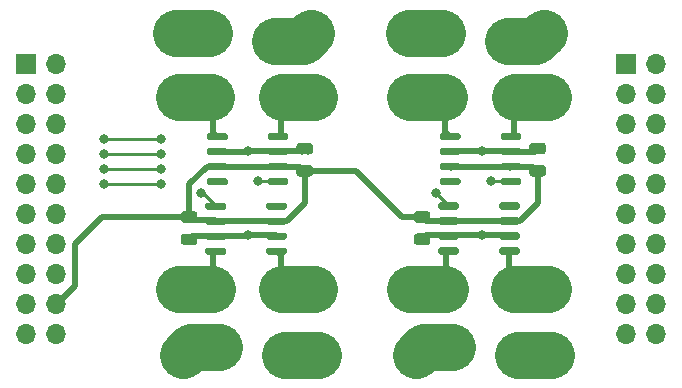
<source format=gbr>
%TF.GenerationSoftware,KiCad,Pcbnew,(5.1.6)-1*%
%TF.CreationDate,2020-06-17T01:07:27+01:00*%
%TF.ProjectId,I_sense_pcb,495f7365-6e73-4655-9f70-63622e6b6963,rev?*%
%TF.SameCoordinates,Original*%
%TF.FileFunction,Copper,L1,Top*%
%TF.FilePolarity,Positive*%
%FSLAX46Y46*%
G04 Gerber Fmt 4.6, Leading zero omitted, Abs format (unit mm)*
G04 Created by KiCad (PCBNEW (5.1.6)-1) date 2020-06-17 01:07:27*
%MOMM*%
%LPD*%
G01*
G04 APERTURE LIST*
%TA.AperFunction,ComponentPad*%
%ADD10C,3.500000*%
%TD*%
%TA.AperFunction,ComponentPad*%
%ADD11C,2.010000*%
%TD*%
%TA.AperFunction,ComponentPad*%
%ADD12R,1.700000X1.700000*%
%TD*%
%TA.AperFunction,ComponentPad*%
%ADD13O,1.700000X1.700000*%
%TD*%
%TA.AperFunction,ViaPad*%
%ADD14C,0.800000*%
%TD*%
%TA.AperFunction,Conductor*%
%ADD15C,0.500000*%
%TD*%
%TA.AperFunction,Conductor*%
%ADD16C,0.250000*%
%TD*%
%TA.AperFunction,Conductor*%
%ADD17C,4.000000*%
%TD*%
G04 APERTURE END LIST*
%TO.P,U4,8*%
%TO.N,Net-(J16-Pad1)*%
%TA.AperFunction,SMDPad,CuDef*%
G36*
G01*
X146600200Y-74330399D02*
X146600200Y-74630399D01*
G75*
G02*
X146450200Y-74780399I-150000J0D01*
G01*
X145000200Y-74780399D01*
G75*
G02*
X144850200Y-74630399I0J150000D01*
G01*
X144850200Y-74330399D01*
G75*
G02*
X145000200Y-74180399I150000J0D01*
G01*
X146450200Y-74180399D01*
G75*
G02*
X146600200Y-74330399I0J-150000D01*
G01*
G37*
%TD.AperFunction*%
%TO.P,U4,7*%
%TO.N,GND*%
%TA.AperFunction,SMDPad,CuDef*%
G36*
G01*
X146600200Y-73060399D02*
X146600200Y-73360399D01*
G75*
G02*
X146450200Y-73510399I-150000J0D01*
G01*
X145000200Y-73510399D01*
G75*
G02*
X144850200Y-73360399I0J150000D01*
G01*
X144850200Y-73060399D01*
G75*
G02*
X145000200Y-72910399I150000J0D01*
G01*
X146450200Y-72910399D01*
G75*
G02*
X146600200Y-73060399I0J-150000D01*
G01*
G37*
%TD.AperFunction*%
%TO.P,U4,6*%
%TO.N,+5V*%
%TA.AperFunction,SMDPad,CuDef*%
G36*
G01*
X146600200Y-71790399D02*
X146600200Y-72090399D01*
G75*
G02*
X146450200Y-72240399I-150000J0D01*
G01*
X145000200Y-72240399D01*
G75*
G02*
X144850200Y-72090399I0J150000D01*
G01*
X144850200Y-71790399D01*
G75*
G02*
X145000200Y-71640399I150000J0D01*
G01*
X146450200Y-71640399D01*
G75*
G02*
X146600200Y-71790399I0J-150000D01*
G01*
G37*
%TD.AperFunction*%
%TO.P,U4,5*%
%TO.N,A2*%
%TA.AperFunction,SMDPad,CuDef*%
G36*
G01*
X146600200Y-70520399D02*
X146600200Y-70820399D01*
G75*
G02*
X146450200Y-70970399I-150000J0D01*
G01*
X145000200Y-70970399D01*
G75*
G02*
X144850200Y-70820399I0J150000D01*
G01*
X144850200Y-70520399D01*
G75*
G02*
X145000200Y-70370399I150000J0D01*
G01*
X146450200Y-70370399D01*
G75*
G02*
X146600200Y-70520399I0J-150000D01*
G01*
G37*
%TD.AperFunction*%
%TO.P,U4,4*%
%TO.N,Net-(U4-Pad4)*%
%TA.AperFunction,SMDPad,CuDef*%
G36*
G01*
X151750200Y-70520399D02*
X151750200Y-70820399D01*
G75*
G02*
X151600200Y-70970399I-150000J0D01*
G01*
X150150200Y-70970399D01*
G75*
G02*
X150000200Y-70820399I0J150000D01*
G01*
X150000200Y-70520399D01*
G75*
G02*
X150150200Y-70370399I150000J0D01*
G01*
X151600200Y-70370399D01*
G75*
G02*
X151750200Y-70520399I0J-150000D01*
G01*
G37*
%TD.AperFunction*%
%TO.P,U4,3*%
%TO.N,+5V*%
%TA.AperFunction,SMDPad,CuDef*%
G36*
G01*
X151750200Y-71790399D02*
X151750200Y-72090399D01*
G75*
G02*
X151600200Y-72240399I-150000J0D01*
G01*
X150150200Y-72240399D01*
G75*
G02*
X150000200Y-72090399I0J150000D01*
G01*
X150000200Y-71790399D01*
G75*
G02*
X150150200Y-71640399I150000J0D01*
G01*
X151600200Y-71640399D01*
G75*
G02*
X151750200Y-71790399I0J-150000D01*
G01*
G37*
%TD.AperFunction*%
%TO.P,U4,2*%
%TO.N,GND*%
%TA.AperFunction,SMDPad,CuDef*%
G36*
G01*
X151750200Y-73060399D02*
X151750200Y-73360399D01*
G75*
G02*
X151600200Y-73510399I-150000J0D01*
G01*
X150150200Y-73510399D01*
G75*
G02*
X150000200Y-73360399I0J150000D01*
G01*
X150000200Y-73060399D01*
G75*
G02*
X150150200Y-72910399I150000J0D01*
G01*
X151600200Y-72910399D01*
G75*
G02*
X151750200Y-73060399I0J-150000D01*
G01*
G37*
%TD.AperFunction*%
%TO.P,U4,1*%
%TO.N,Net-(J14-Pad1)*%
%TA.AperFunction,SMDPad,CuDef*%
G36*
G01*
X151750200Y-74330399D02*
X151750200Y-74630399D01*
G75*
G02*
X151600200Y-74780399I-150000J0D01*
G01*
X150150200Y-74780399D01*
G75*
G02*
X150000200Y-74630399I0J150000D01*
G01*
X150000200Y-74330399D01*
G75*
G02*
X150150200Y-74180399I150000J0D01*
G01*
X151600200Y-74180399D01*
G75*
G02*
X151750200Y-74330399I0J-150000D01*
G01*
G37*
%TD.AperFunction*%
%TD*%
%TO.P,C4,1*%
%TO.N,GND*%
%TA.AperFunction,SMDPad,CuDef*%
G36*
G01*
X143929250Y-73965500D02*
X143016750Y-73965500D01*
G75*
G02*
X142773000Y-73721750I0J243750D01*
G01*
X142773000Y-73234250D01*
G75*
G02*
X143016750Y-72990500I243750J0D01*
G01*
X143929250Y-72990500D01*
G75*
G02*
X144173000Y-73234250I0J-243750D01*
G01*
X144173000Y-73721750D01*
G75*
G02*
X143929250Y-73965500I-243750J0D01*
G01*
G37*
%TD.AperFunction*%
%TO.P,C4,2*%
%TO.N,+5V*%
%TA.AperFunction,SMDPad,CuDef*%
G36*
G01*
X143929250Y-72090500D02*
X143016750Y-72090500D01*
G75*
G02*
X142773000Y-71846750I0J243750D01*
G01*
X142773000Y-71359250D01*
G75*
G02*
X143016750Y-71115500I243750J0D01*
G01*
X143929250Y-71115500D01*
G75*
G02*
X144173000Y-71359250I0J-243750D01*
G01*
X144173000Y-71846750D01*
G75*
G02*
X143929250Y-72090500I-243750J0D01*
G01*
G37*
%TD.AperFunction*%
%TD*%
%TO.P,R4,2*%
%TO.N,Net-(J14-Pad1)*%
%TA.AperFunction,SMDPad,CuDef*%
G36*
G01*
X150539000Y-79149401D02*
X150539000Y-76299399D01*
G75*
G02*
X150788999Y-76049400I249999J0D01*
G01*
X151639001Y-76049400D01*
G75*
G02*
X151889000Y-76299399I0J-249999D01*
G01*
X151889000Y-79149401D01*
G75*
G02*
X151639001Y-79399400I-249999J0D01*
G01*
X150788999Y-79399400D01*
G75*
G02*
X150539000Y-79149401I0J249999D01*
G01*
G37*
%TD.AperFunction*%
%TO.P,R4,1*%
%TO.N,Net-(J16-Pad1)*%
%TA.AperFunction,SMDPad,CuDef*%
G36*
G01*
X144739000Y-79149401D02*
X144739000Y-76299399D01*
G75*
G02*
X144988999Y-76049400I249999J0D01*
G01*
X145839001Y-76049400D01*
G75*
G02*
X146089000Y-76299399I0J-249999D01*
G01*
X146089000Y-79149401D01*
G75*
G02*
X145839001Y-79399400I-249999J0D01*
G01*
X144988999Y-79399400D01*
G75*
G02*
X144739000Y-79149401I0J249999D01*
G01*
G37*
%TD.AperFunction*%
%TD*%
D10*
%TO.P,J9,1*%
%TO.N,Net-(F3-Pad2)*%
X153760000Y-55982000D03*
%TD*%
%TO.P,R3,2*%
%TO.N,Net-(J13-Pad1)*%
%TA.AperFunction,SMDPad,CuDef*%
G36*
G01*
X146124800Y-60119599D02*
X146124800Y-62969601D01*
G75*
G02*
X145874801Y-63219600I-249999J0D01*
G01*
X145024799Y-63219600D01*
G75*
G02*
X144774800Y-62969601I0J249999D01*
G01*
X144774800Y-60119599D01*
G75*
G02*
X145024799Y-59869600I249999J0D01*
G01*
X145874801Y-59869600D01*
G75*
G02*
X146124800Y-60119599I0J-249999D01*
G01*
G37*
%TD.AperFunction*%
%TO.P,R3,1*%
%TO.N,Net-(J15-Pad1)*%
%TA.AperFunction,SMDPad,CuDef*%
G36*
G01*
X151924800Y-60119599D02*
X151924800Y-62969601D01*
G75*
G02*
X151674801Y-63219600I-249999J0D01*
G01*
X150824799Y-63219600D01*
G75*
G02*
X150574800Y-62969601I0J249999D01*
G01*
X150574800Y-60119599D01*
G75*
G02*
X150824799Y-59869600I249999J0D01*
G01*
X151674801Y-59869600D01*
G75*
G02*
X151924800Y-60119599I0J-249999D01*
G01*
G37*
%TD.AperFunction*%
%TD*%
%TO.P,J10,1*%
%TO.N,Net-(F3-Pad1)*%
X142330000Y-55982000D03*
%TD*%
%TO.P,J14,1*%
%TO.N,Net-(J14-Pad1)*%
X154156000Y-77690000D03*
%TD*%
%TO.P,J15,1*%
%TO.N,Net-(J15-Pad1)*%
X154156000Y-61434000D03*
%TD*%
D11*
%TO.P,F4,1*%
%TO.N,Net-(F4-Pad1)*%
X146013000Y-82652000D03*
%TO.P,F4,2*%
%TO.N,Net-(F4-Pad2)*%
X151113000Y-83852000D03*
%TD*%
D10*
%TO.P,J13,1*%
%TO.N,Net-(J13-Pad1)*%
X142472000Y-61434000D03*
%TD*%
%TO.P,J16,1*%
%TO.N,Net-(J16-Pad1)*%
X142472000Y-77690000D03*
%TD*%
%TO.P,J12,1*%
%TO.N,Net-(F4-Pad1)*%
X142965000Y-83287000D03*
%TD*%
%TO.P,U3,8*%
%TO.N,Net-(J15-Pad1)*%
%TA.AperFunction,SMDPad,CuDef*%
G36*
G01*
X150124800Y-64938601D02*
X150124800Y-64638601D01*
G75*
G02*
X150274800Y-64488601I150000J0D01*
G01*
X151724800Y-64488601D01*
G75*
G02*
X151874800Y-64638601I0J-150000D01*
G01*
X151874800Y-64938601D01*
G75*
G02*
X151724800Y-65088601I-150000J0D01*
G01*
X150274800Y-65088601D01*
G75*
G02*
X150124800Y-64938601I0J150000D01*
G01*
G37*
%TD.AperFunction*%
%TO.P,U3,7*%
%TO.N,GND*%
%TA.AperFunction,SMDPad,CuDef*%
G36*
G01*
X150124800Y-66208601D02*
X150124800Y-65908601D01*
G75*
G02*
X150274800Y-65758601I150000J0D01*
G01*
X151724800Y-65758601D01*
G75*
G02*
X151874800Y-65908601I0J-150000D01*
G01*
X151874800Y-66208601D01*
G75*
G02*
X151724800Y-66358601I-150000J0D01*
G01*
X150274800Y-66358601D01*
G75*
G02*
X150124800Y-66208601I0J150000D01*
G01*
G37*
%TD.AperFunction*%
%TO.P,U3,6*%
%TO.N,+5V*%
%TA.AperFunction,SMDPad,CuDef*%
G36*
G01*
X150124800Y-67478601D02*
X150124800Y-67178601D01*
G75*
G02*
X150274800Y-67028601I150000J0D01*
G01*
X151724800Y-67028601D01*
G75*
G02*
X151874800Y-67178601I0J-150000D01*
G01*
X151874800Y-67478601D01*
G75*
G02*
X151724800Y-67628601I-150000J0D01*
G01*
X150274800Y-67628601D01*
G75*
G02*
X150124800Y-67478601I0J150000D01*
G01*
G37*
%TD.AperFunction*%
%TO.P,U3,5*%
%TO.N,A1*%
%TA.AperFunction,SMDPad,CuDef*%
G36*
G01*
X150124800Y-68748601D02*
X150124800Y-68448601D01*
G75*
G02*
X150274800Y-68298601I150000J0D01*
G01*
X151724800Y-68298601D01*
G75*
G02*
X151874800Y-68448601I0J-150000D01*
G01*
X151874800Y-68748601D01*
G75*
G02*
X151724800Y-68898601I-150000J0D01*
G01*
X150274800Y-68898601D01*
G75*
G02*
X150124800Y-68748601I0J150000D01*
G01*
G37*
%TD.AperFunction*%
%TO.P,U3,4*%
%TO.N,Net-(U3-Pad4)*%
%TA.AperFunction,SMDPad,CuDef*%
G36*
G01*
X144974800Y-68748601D02*
X144974800Y-68448601D01*
G75*
G02*
X145124800Y-68298601I150000J0D01*
G01*
X146574800Y-68298601D01*
G75*
G02*
X146724800Y-68448601I0J-150000D01*
G01*
X146724800Y-68748601D01*
G75*
G02*
X146574800Y-68898601I-150000J0D01*
G01*
X145124800Y-68898601D01*
G75*
G02*
X144974800Y-68748601I0J150000D01*
G01*
G37*
%TD.AperFunction*%
%TO.P,U3,3*%
%TO.N,+5V*%
%TA.AperFunction,SMDPad,CuDef*%
G36*
G01*
X144974800Y-67478601D02*
X144974800Y-67178601D01*
G75*
G02*
X145124800Y-67028601I150000J0D01*
G01*
X146574800Y-67028601D01*
G75*
G02*
X146724800Y-67178601I0J-150000D01*
G01*
X146724800Y-67478601D01*
G75*
G02*
X146574800Y-67628601I-150000J0D01*
G01*
X145124800Y-67628601D01*
G75*
G02*
X144974800Y-67478601I0J150000D01*
G01*
G37*
%TD.AperFunction*%
%TO.P,U3,2*%
%TO.N,GND*%
%TA.AperFunction,SMDPad,CuDef*%
G36*
G01*
X144974800Y-66208601D02*
X144974800Y-65908601D01*
G75*
G02*
X145124800Y-65758601I150000J0D01*
G01*
X146574800Y-65758601D01*
G75*
G02*
X146724800Y-65908601I0J-150000D01*
G01*
X146724800Y-66208601D01*
G75*
G02*
X146574800Y-66358601I-150000J0D01*
G01*
X145124800Y-66358601D01*
G75*
G02*
X144974800Y-66208601I0J150000D01*
G01*
G37*
%TD.AperFunction*%
%TO.P,U3,1*%
%TO.N,Net-(J13-Pad1)*%
%TA.AperFunction,SMDPad,CuDef*%
G36*
G01*
X144974800Y-64938601D02*
X144974800Y-64638601D01*
G75*
G02*
X145124800Y-64488601I150000J0D01*
G01*
X146574800Y-64488601D01*
G75*
G02*
X146724800Y-64638601I0J-150000D01*
G01*
X146724800Y-64938601D01*
G75*
G02*
X146574800Y-65088601I-150000J0D01*
G01*
X145124800Y-65088601D01*
G75*
G02*
X144974800Y-64938601I0J150000D01*
G01*
G37*
%TD.AperFunction*%
%TD*%
%TO.P,C3,2*%
%TO.N,+5V*%
%TA.AperFunction,SMDPad,CuDef*%
G36*
G01*
X152795750Y-67199300D02*
X153708250Y-67199300D01*
G75*
G02*
X153952000Y-67443050I0J-243750D01*
G01*
X153952000Y-67930550D01*
G75*
G02*
X153708250Y-68174300I-243750J0D01*
G01*
X152795750Y-68174300D01*
G75*
G02*
X152552000Y-67930550I0J243750D01*
G01*
X152552000Y-67443050D01*
G75*
G02*
X152795750Y-67199300I243750J0D01*
G01*
G37*
%TD.AperFunction*%
%TO.P,C3,1*%
%TO.N,GND*%
%TA.AperFunction,SMDPad,CuDef*%
G36*
G01*
X152795750Y-65324300D02*
X153708250Y-65324300D01*
G75*
G02*
X153952000Y-65568050I0J-243750D01*
G01*
X153952000Y-66055550D01*
G75*
G02*
X153708250Y-66299300I-243750J0D01*
G01*
X152795750Y-66299300D01*
G75*
G02*
X152552000Y-66055550I0J243750D01*
G01*
X152552000Y-65568050D01*
G75*
G02*
X152795750Y-65324300I243750J0D01*
G01*
G37*
%TD.AperFunction*%
%TD*%
%TO.P,J11,1*%
%TO.N,Net-(F4-Pad2)*%
X154395000Y-83287000D03*
%TD*%
D11*
%TO.P,F3,2*%
%TO.N,Net-(F3-Pad2)*%
X150732000Y-56674000D03*
%TO.P,F3,1*%
%TO.N,Net-(F3-Pad1)*%
X145632000Y-55474000D03*
%TD*%
%TO.P,F2,1*%
%TO.N,Net-(F2-Pad1)*%
X125910000Y-55482000D03*
%TO.P,F2,2*%
%TO.N,Net-(F2-Pad2)*%
X131010000Y-56682000D03*
%TD*%
D10*
%TO.P,J1,1*%
%TO.N,Net-(F1-Pad2)*%
X134673000Y-83295000D03*
%TD*%
%TO.P,C2,1*%
%TO.N,GND*%
%TA.AperFunction,SMDPad,CuDef*%
G36*
G01*
X133073750Y-65332300D02*
X133986250Y-65332300D01*
G75*
G02*
X134230000Y-65576050I0J-243750D01*
G01*
X134230000Y-66063550D01*
G75*
G02*
X133986250Y-66307300I-243750J0D01*
G01*
X133073750Y-66307300D01*
G75*
G02*
X132830000Y-66063550I0J243750D01*
G01*
X132830000Y-65576050D01*
G75*
G02*
X133073750Y-65332300I243750J0D01*
G01*
G37*
%TD.AperFunction*%
%TO.P,C2,2*%
%TO.N,+5V*%
%TA.AperFunction,SMDPad,CuDef*%
G36*
G01*
X133073750Y-67207300D02*
X133986250Y-67207300D01*
G75*
G02*
X134230000Y-67451050I0J-243750D01*
G01*
X134230000Y-67938550D01*
G75*
G02*
X133986250Y-68182300I-243750J0D01*
G01*
X133073750Y-68182300D01*
G75*
G02*
X132830000Y-67938550I0J243750D01*
G01*
X132830000Y-67451050D01*
G75*
G02*
X133073750Y-67207300I243750J0D01*
G01*
G37*
%TD.AperFunction*%
%TD*%
%TO.P,U2,1*%
%TO.N,Net-(J6-Pad1)*%
%TA.AperFunction,SMDPad,CuDef*%
G36*
G01*
X125252800Y-64946601D02*
X125252800Y-64646601D01*
G75*
G02*
X125402800Y-64496601I150000J0D01*
G01*
X126852800Y-64496601D01*
G75*
G02*
X127002800Y-64646601I0J-150000D01*
G01*
X127002800Y-64946601D01*
G75*
G02*
X126852800Y-65096601I-150000J0D01*
G01*
X125402800Y-65096601D01*
G75*
G02*
X125252800Y-64946601I0J150000D01*
G01*
G37*
%TD.AperFunction*%
%TO.P,U2,2*%
%TO.N,GND*%
%TA.AperFunction,SMDPad,CuDef*%
G36*
G01*
X125252800Y-66216601D02*
X125252800Y-65916601D01*
G75*
G02*
X125402800Y-65766601I150000J0D01*
G01*
X126852800Y-65766601D01*
G75*
G02*
X127002800Y-65916601I0J-150000D01*
G01*
X127002800Y-66216601D01*
G75*
G02*
X126852800Y-66366601I-150000J0D01*
G01*
X125402800Y-66366601D01*
G75*
G02*
X125252800Y-66216601I0J150000D01*
G01*
G37*
%TD.AperFunction*%
%TO.P,U2,3*%
%TO.N,+5V*%
%TA.AperFunction,SMDPad,CuDef*%
G36*
G01*
X125252800Y-67486601D02*
X125252800Y-67186601D01*
G75*
G02*
X125402800Y-67036601I150000J0D01*
G01*
X126852800Y-67036601D01*
G75*
G02*
X127002800Y-67186601I0J-150000D01*
G01*
X127002800Y-67486601D01*
G75*
G02*
X126852800Y-67636601I-150000J0D01*
G01*
X125402800Y-67636601D01*
G75*
G02*
X125252800Y-67486601I0J150000D01*
G01*
G37*
%TD.AperFunction*%
%TO.P,U2,4*%
%TO.N,Net-(U2-Pad4)*%
%TA.AperFunction,SMDPad,CuDef*%
G36*
G01*
X125252800Y-68756601D02*
X125252800Y-68456601D01*
G75*
G02*
X125402800Y-68306601I150000J0D01*
G01*
X126852800Y-68306601D01*
G75*
G02*
X127002800Y-68456601I0J-150000D01*
G01*
X127002800Y-68756601D01*
G75*
G02*
X126852800Y-68906601I-150000J0D01*
G01*
X125402800Y-68906601D01*
G75*
G02*
X125252800Y-68756601I0J150000D01*
G01*
G37*
%TD.AperFunction*%
%TO.P,U2,5*%
%TO.N,A0*%
%TA.AperFunction,SMDPad,CuDef*%
G36*
G01*
X130402800Y-68756601D02*
X130402800Y-68456601D01*
G75*
G02*
X130552800Y-68306601I150000J0D01*
G01*
X132002800Y-68306601D01*
G75*
G02*
X132152800Y-68456601I0J-150000D01*
G01*
X132152800Y-68756601D01*
G75*
G02*
X132002800Y-68906601I-150000J0D01*
G01*
X130552800Y-68906601D01*
G75*
G02*
X130402800Y-68756601I0J150000D01*
G01*
G37*
%TD.AperFunction*%
%TO.P,U2,6*%
%TO.N,+5V*%
%TA.AperFunction,SMDPad,CuDef*%
G36*
G01*
X130402800Y-67486601D02*
X130402800Y-67186601D01*
G75*
G02*
X130552800Y-67036601I150000J0D01*
G01*
X132002800Y-67036601D01*
G75*
G02*
X132152800Y-67186601I0J-150000D01*
G01*
X132152800Y-67486601D01*
G75*
G02*
X132002800Y-67636601I-150000J0D01*
G01*
X130552800Y-67636601D01*
G75*
G02*
X130402800Y-67486601I0J150000D01*
G01*
G37*
%TD.AperFunction*%
%TO.P,U2,7*%
%TO.N,GND*%
%TA.AperFunction,SMDPad,CuDef*%
G36*
G01*
X130402800Y-66216601D02*
X130402800Y-65916601D01*
G75*
G02*
X130552800Y-65766601I150000J0D01*
G01*
X132002800Y-65766601D01*
G75*
G02*
X132152800Y-65916601I0J-150000D01*
G01*
X132152800Y-66216601D01*
G75*
G02*
X132002800Y-66366601I-150000J0D01*
G01*
X130552800Y-66366601D01*
G75*
G02*
X130402800Y-66216601I0J150000D01*
G01*
G37*
%TD.AperFunction*%
%TO.P,U2,8*%
%TO.N,Net-(J8-Pad1)*%
%TA.AperFunction,SMDPad,CuDef*%
G36*
G01*
X130402800Y-64946601D02*
X130402800Y-64646601D01*
G75*
G02*
X130552800Y-64496601I150000J0D01*
G01*
X132002800Y-64496601D01*
G75*
G02*
X132152800Y-64646601I0J-150000D01*
G01*
X132152800Y-64946601D01*
G75*
G02*
X132002800Y-65096601I-150000J0D01*
G01*
X130552800Y-65096601D01*
G75*
G02*
X130402800Y-64946601I0J150000D01*
G01*
G37*
%TD.AperFunction*%
%TD*%
%TO.P,J2,1*%
%TO.N,Net-(F1-Pad1)*%
X123243000Y-83295000D03*
%TD*%
%TO.P,J7,1*%
%TO.N,Net-(J7-Pad1)*%
X122914000Y-77690000D03*
%TD*%
%TO.P,J6,1*%
%TO.N,Net-(J6-Pad1)*%
X122914000Y-61434000D03*
%TD*%
D11*
%TO.P,F1,2*%
%TO.N,Net-(F1-Pad2)*%
X131391000Y-83860000D03*
%TO.P,F1,1*%
%TO.N,Net-(F1-Pad1)*%
X126291000Y-82660000D03*
%TD*%
D10*
%TO.P,J8,1*%
%TO.N,Net-(J8-Pad1)*%
X134344000Y-61434000D03*
%TD*%
%TO.P,J5,1*%
%TO.N,Net-(J5-Pad1)*%
X134344000Y-77690000D03*
%TD*%
%TO.P,J4,1*%
%TO.N,Net-(F2-Pad1)*%
X122608000Y-55990000D03*
%TD*%
%TO.P,R2,1*%
%TO.N,Net-(J8-Pad1)*%
%TA.AperFunction,SMDPad,CuDef*%
G36*
G01*
X132202800Y-60127599D02*
X132202800Y-62977601D01*
G75*
G02*
X131952801Y-63227600I-249999J0D01*
G01*
X131102799Y-63227600D01*
G75*
G02*
X130852800Y-62977601I0J249999D01*
G01*
X130852800Y-60127599D01*
G75*
G02*
X131102799Y-59877600I249999J0D01*
G01*
X131952801Y-59877600D01*
G75*
G02*
X132202800Y-60127599I0J-249999D01*
G01*
G37*
%TD.AperFunction*%
%TO.P,R2,2*%
%TO.N,Net-(J6-Pad1)*%
%TA.AperFunction,SMDPad,CuDef*%
G36*
G01*
X126402800Y-60127599D02*
X126402800Y-62977601D01*
G75*
G02*
X126152801Y-63227600I-249999J0D01*
G01*
X125302799Y-63227600D01*
G75*
G02*
X125052800Y-62977601I0J249999D01*
G01*
X125052800Y-60127599D01*
G75*
G02*
X125302799Y-59877600I249999J0D01*
G01*
X126152801Y-59877600D01*
G75*
G02*
X126402800Y-60127599I0J-249999D01*
G01*
G37*
%TD.AperFunction*%
%TD*%
%TO.P,J3,1*%
%TO.N,Net-(F2-Pad2)*%
X134038000Y-55990000D03*
%TD*%
%TO.P,R1,1*%
%TO.N,Net-(J7-Pad1)*%
%TA.AperFunction,SMDPad,CuDef*%
G36*
G01*
X125078200Y-79157401D02*
X125078200Y-76307399D01*
G75*
G02*
X125328199Y-76057400I249999J0D01*
G01*
X126178201Y-76057400D01*
G75*
G02*
X126428200Y-76307399I0J-249999D01*
G01*
X126428200Y-79157401D01*
G75*
G02*
X126178201Y-79407400I-249999J0D01*
G01*
X125328199Y-79407400D01*
G75*
G02*
X125078200Y-79157401I0J249999D01*
G01*
G37*
%TD.AperFunction*%
%TO.P,R1,2*%
%TO.N,Net-(J5-Pad1)*%
%TA.AperFunction,SMDPad,CuDef*%
G36*
G01*
X130878200Y-79157401D02*
X130878200Y-76307399D01*
G75*
G02*
X131128199Y-76057400I249999J0D01*
G01*
X131978201Y-76057400D01*
G75*
G02*
X132228200Y-76307399I0J-249999D01*
G01*
X132228200Y-79157401D01*
G75*
G02*
X131978201Y-79407400I-249999J0D01*
G01*
X131128199Y-79407400D01*
G75*
G02*
X130878200Y-79157401I0J249999D01*
G01*
G37*
%TD.AperFunction*%
%TD*%
%TO.P,C1,2*%
%TO.N,+5V*%
%TA.AperFunction,SMDPad,CuDef*%
G36*
G01*
X124207250Y-72098500D02*
X123294750Y-72098500D01*
G75*
G02*
X123051000Y-71854750I0J243750D01*
G01*
X123051000Y-71367250D01*
G75*
G02*
X123294750Y-71123500I243750J0D01*
G01*
X124207250Y-71123500D01*
G75*
G02*
X124451000Y-71367250I0J-243750D01*
G01*
X124451000Y-71854750D01*
G75*
G02*
X124207250Y-72098500I-243750J0D01*
G01*
G37*
%TD.AperFunction*%
%TO.P,C1,1*%
%TO.N,GND*%
%TA.AperFunction,SMDPad,CuDef*%
G36*
G01*
X124207250Y-73973500D02*
X123294750Y-73973500D01*
G75*
G02*
X123051000Y-73729750I0J243750D01*
G01*
X123051000Y-73242250D01*
G75*
G02*
X123294750Y-72998500I243750J0D01*
G01*
X124207250Y-72998500D01*
G75*
G02*
X124451000Y-73242250I0J-243750D01*
G01*
X124451000Y-73729750D01*
G75*
G02*
X124207250Y-73973500I-243750J0D01*
G01*
G37*
%TD.AperFunction*%
%TD*%
%TO.P,U1,1*%
%TO.N,Net-(J5-Pad1)*%
%TA.AperFunction,SMDPad,CuDef*%
G36*
G01*
X132028200Y-74338399D02*
X132028200Y-74638399D01*
G75*
G02*
X131878200Y-74788399I-150000J0D01*
G01*
X130428200Y-74788399D01*
G75*
G02*
X130278200Y-74638399I0J150000D01*
G01*
X130278200Y-74338399D01*
G75*
G02*
X130428200Y-74188399I150000J0D01*
G01*
X131878200Y-74188399D01*
G75*
G02*
X132028200Y-74338399I0J-150000D01*
G01*
G37*
%TD.AperFunction*%
%TO.P,U1,2*%
%TO.N,GND*%
%TA.AperFunction,SMDPad,CuDef*%
G36*
G01*
X132028200Y-73068399D02*
X132028200Y-73368399D01*
G75*
G02*
X131878200Y-73518399I-150000J0D01*
G01*
X130428200Y-73518399D01*
G75*
G02*
X130278200Y-73368399I0J150000D01*
G01*
X130278200Y-73068399D01*
G75*
G02*
X130428200Y-72918399I150000J0D01*
G01*
X131878200Y-72918399D01*
G75*
G02*
X132028200Y-73068399I0J-150000D01*
G01*
G37*
%TD.AperFunction*%
%TO.P,U1,3*%
%TO.N,+5V*%
%TA.AperFunction,SMDPad,CuDef*%
G36*
G01*
X132028200Y-71798399D02*
X132028200Y-72098399D01*
G75*
G02*
X131878200Y-72248399I-150000J0D01*
G01*
X130428200Y-72248399D01*
G75*
G02*
X130278200Y-72098399I0J150000D01*
G01*
X130278200Y-71798399D01*
G75*
G02*
X130428200Y-71648399I150000J0D01*
G01*
X131878200Y-71648399D01*
G75*
G02*
X132028200Y-71798399I0J-150000D01*
G01*
G37*
%TD.AperFunction*%
%TO.P,U1,4*%
%TO.N,Net-(U1-Pad4)*%
%TA.AperFunction,SMDPad,CuDef*%
G36*
G01*
X132028200Y-70528399D02*
X132028200Y-70828399D01*
G75*
G02*
X131878200Y-70978399I-150000J0D01*
G01*
X130428200Y-70978399D01*
G75*
G02*
X130278200Y-70828399I0J150000D01*
G01*
X130278200Y-70528399D01*
G75*
G02*
X130428200Y-70378399I150000J0D01*
G01*
X131878200Y-70378399D01*
G75*
G02*
X132028200Y-70528399I0J-150000D01*
G01*
G37*
%TD.AperFunction*%
%TO.P,U1,5*%
%TO.N,A3*%
%TA.AperFunction,SMDPad,CuDef*%
G36*
G01*
X126878200Y-70528399D02*
X126878200Y-70828399D01*
G75*
G02*
X126728200Y-70978399I-150000J0D01*
G01*
X125278200Y-70978399D01*
G75*
G02*
X125128200Y-70828399I0J150000D01*
G01*
X125128200Y-70528399D01*
G75*
G02*
X125278200Y-70378399I150000J0D01*
G01*
X126728200Y-70378399D01*
G75*
G02*
X126878200Y-70528399I0J-150000D01*
G01*
G37*
%TD.AperFunction*%
%TO.P,U1,6*%
%TO.N,+5V*%
%TA.AperFunction,SMDPad,CuDef*%
G36*
G01*
X126878200Y-71798399D02*
X126878200Y-72098399D01*
G75*
G02*
X126728200Y-72248399I-150000J0D01*
G01*
X125278200Y-72248399D01*
G75*
G02*
X125128200Y-72098399I0J150000D01*
G01*
X125128200Y-71798399D01*
G75*
G02*
X125278200Y-71648399I150000J0D01*
G01*
X126728200Y-71648399D01*
G75*
G02*
X126878200Y-71798399I0J-150000D01*
G01*
G37*
%TD.AperFunction*%
%TO.P,U1,7*%
%TO.N,GND*%
%TA.AperFunction,SMDPad,CuDef*%
G36*
G01*
X126878200Y-73068399D02*
X126878200Y-73368399D01*
G75*
G02*
X126728200Y-73518399I-150000J0D01*
G01*
X125278200Y-73518399D01*
G75*
G02*
X125128200Y-73368399I0J150000D01*
G01*
X125128200Y-73068399D01*
G75*
G02*
X125278200Y-72918399I150000J0D01*
G01*
X126728200Y-72918399D01*
G75*
G02*
X126878200Y-73068399I0J-150000D01*
G01*
G37*
%TD.AperFunction*%
%TO.P,U1,8*%
%TO.N,Net-(J7-Pad1)*%
%TA.AperFunction,SMDPad,CuDef*%
G36*
G01*
X126878200Y-74338399D02*
X126878200Y-74638399D01*
G75*
G02*
X126728200Y-74788399I-150000J0D01*
G01*
X125278200Y-74788399D01*
G75*
G02*
X125128200Y-74638399I0J150000D01*
G01*
X125128200Y-74338399D01*
G75*
G02*
X125278200Y-74188399I150000J0D01*
G01*
X126728200Y-74188399D01*
G75*
G02*
X126878200Y-74338399I0J-150000D01*
G01*
G37*
%TD.AperFunction*%
%TD*%
D12*
%TO.P,J17,1*%
%TO.N,A0*%
X109960000Y-58640000D03*
D13*
%TO.P,J17,2*%
%TO.N,I_sense_2*%
X112500000Y-58640000D03*
%TO.P,J17,3*%
%TO.N,A1*%
X109960000Y-61180000D03*
%TO.P,J17,4*%
%TO.N,T_sense2*%
X112500000Y-61180000D03*
%TO.P,J17,5*%
%TO.N,A2*%
X109960000Y-63720000D03*
%TO.P,J17,6*%
%TO.N,+3V3*%
X112500000Y-63720000D03*
%TO.P,J17,7*%
%TO.N,A3*%
X109960000Y-66260000D03*
%TO.P,J17,8*%
%TO.N,SDA*%
X112500000Y-66260000D03*
%TO.P,J17,9*%
%TO.N,A4*%
X109960000Y-68800000D03*
%TO.P,J17,10*%
%TO.N,SCL*%
X112500000Y-68800000D03*
%TO.P,J17,11*%
%TO.N,D0*%
X109960000Y-71340000D03*
%TO.P,J17,12*%
%TO.N,I_sense_1*%
X112500000Y-71340000D03*
%TO.P,J17,13*%
%TO.N,D1*%
X109960000Y-73880000D03*
%TO.P,J17,14*%
%TO.N,T_sense1*%
X112500000Y-73880000D03*
%TO.P,J17,15*%
%TO.N,D2*%
X109960000Y-76420000D03*
%TO.P,J17,16*%
%TO.N,D3*%
X112500000Y-76420000D03*
%TO.P,J17,17*%
%TO.N,PWM0*%
X109960000Y-78960000D03*
%TO.P,J17,18*%
%TO.N,+5V*%
X112500000Y-78960000D03*
%TO.P,J17,19*%
%TO.N,PWM1*%
X109960000Y-81500000D03*
%TO.P,J17,20*%
%TO.N,GND*%
X112500000Y-81500000D03*
%TD*%
%TO.P,J18,20*%
%TO.N,Net-(J18-Pad20)*%
X163300000Y-81500000D03*
%TO.P,J18,19*%
%TO.N,Net-(J18-Pad19)*%
X160760000Y-81500000D03*
%TO.P,J18,18*%
%TO.N,Net-(J18-Pad18)*%
X163300000Y-78960000D03*
%TO.P,J18,17*%
%TO.N,Net-(J18-Pad17)*%
X160760000Y-78960000D03*
%TO.P,J18,16*%
%TO.N,Net-(J18-Pad16)*%
X163300000Y-76420000D03*
%TO.P,J18,15*%
%TO.N,Net-(J18-Pad15)*%
X160760000Y-76420000D03*
%TO.P,J18,14*%
%TO.N,Net-(J18-Pad14)*%
X163300000Y-73880000D03*
%TO.P,J18,13*%
%TO.N,Net-(J18-Pad13)*%
X160760000Y-73880000D03*
%TO.P,J18,12*%
%TO.N,Net-(J18-Pad12)*%
X163300000Y-71340000D03*
%TO.P,J18,11*%
%TO.N,Net-(J18-Pad11)*%
X160760000Y-71340000D03*
%TO.P,J18,10*%
%TO.N,Net-(J18-Pad10)*%
X163300000Y-68800000D03*
%TO.P,J18,9*%
%TO.N,Net-(J18-Pad9)*%
X160760000Y-68800000D03*
%TO.P,J18,8*%
%TO.N,Net-(J18-Pad8)*%
X163300000Y-66260000D03*
%TO.P,J18,7*%
%TO.N,Net-(J18-Pad7)*%
X160760000Y-66260000D03*
%TO.P,J18,6*%
%TO.N,Net-(J18-Pad6)*%
X163300000Y-63720000D03*
%TO.P,J18,5*%
%TO.N,Net-(J18-Pad5)*%
X160760000Y-63720000D03*
%TO.P,J18,4*%
%TO.N,Net-(J18-Pad4)*%
X163300000Y-61180000D03*
%TO.P,J18,3*%
%TO.N,Net-(J18-Pad3)*%
X160760000Y-61180000D03*
%TO.P,J18,2*%
%TO.N,Net-(J18-Pad2)*%
X163300000Y-58640000D03*
D12*
%TO.P,J18,1*%
%TO.N,Net-(J18-Pad1)*%
X160760000Y-58640000D03*
%TD*%
D14*
%TO.N,GND*%
X128756000Y-73118000D03*
X128756000Y-66006000D03*
X148568000Y-73118000D03*
X148568000Y-66006000D03*
%TO.N,A0*%
X129593000Y-68563000D03*
X121390000Y-64990000D03*
X116564000Y-64990000D03*
%TO.N,A1*%
X149315000Y-68555000D03*
X121390000Y-66260000D03*
X116564000Y-66260000D03*
%TO.N,A2*%
X144616795Y-69562000D03*
X121390000Y-67530000D03*
X116564000Y-67530000D03*
%TO.N,A3*%
X124780000Y-69562000D03*
X121390000Y-68800000D03*
X116564000Y-68800000D03*
%TD*%
D15*
%TO.N,GND*%
X133283199Y-66066601D02*
X133530000Y-65819800D01*
X143213399Y-73218399D02*
X143473000Y-73478000D01*
X133768801Y-66058601D02*
X133530000Y-65819800D01*
X131052801Y-73118000D02*
X131153200Y-73218399D01*
X128756000Y-73118000D02*
X131052801Y-73118000D01*
X124018601Y-73218399D02*
X126003200Y-73218399D01*
X123751000Y-73486000D02*
X124018601Y-73218399D01*
X128756000Y-73118000D02*
X128655601Y-73218399D01*
X128655601Y-73218399D02*
X126203998Y-73218399D01*
X128695399Y-66066601D02*
X128756000Y-66006000D01*
X126127800Y-66066601D02*
X128695399Y-66066601D01*
X131217199Y-66006000D02*
X131277800Y-66066601D01*
X128756000Y-66006000D02*
X131217199Y-66006000D01*
X133530000Y-65819800D02*
X133343800Y-66006000D01*
X131338401Y-66006000D02*
X131277800Y-66066601D01*
X133343800Y-66006000D02*
X131338401Y-66006000D01*
X150782801Y-73118000D02*
X150875200Y-73210399D01*
X148568000Y-73118000D02*
X150782801Y-73118000D01*
X145817599Y-73118000D02*
X145725200Y-73210399D01*
X148568000Y-73118000D02*
X145817599Y-73118000D01*
X143833000Y-73118000D02*
X143473000Y-73478000D01*
X145725200Y-73210399D02*
X145632801Y-73118000D01*
X145632801Y-73118000D02*
X143833000Y-73118000D01*
X150947199Y-66006000D02*
X150999800Y-66058601D01*
X148568000Y-66006000D02*
X150947199Y-66006000D01*
X145902401Y-66006000D02*
X145849800Y-66058601D01*
X148568000Y-66006000D02*
X145902401Y-66006000D01*
X153005199Y-66058601D02*
X153252000Y-65811800D01*
X150999800Y-66058601D02*
X153005199Y-66058601D01*
%TO.N,+5V*%
X145732399Y-71933200D02*
X145725200Y-71940399D01*
X145725200Y-71940399D02*
X143810399Y-71940399D01*
X145958599Y-67437400D02*
X145849800Y-67328601D01*
X148400600Y-71933200D02*
X145732399Y-71933200D01*
X150868001Y-71933200D02*
X150875200Y-71940399D01*
X148400600Y-71933200D02*
X150868001Y-71933200D01*
X150891001Y-67437400D02*
X150999800Y-67328601D01*
X128678600Y-71941200D02*
X131146001Y-71941200D01*
X131146001Y-71941200D02*
X131153200Y-71948399D01*
X128678600Y-71941200D02*
X126010399Y-71941200D01*
X126010399Y-71941200D02*
X126003200Y-71948399D01*
X133530000Y-70446599D02*
X133530000Y-67694800D01*
X132028200Y-71948399D02*
X133530000Y-70446599D01*
X131153200Y-71948399D02*
X132028200Y-71948399D01*
X153252000Y-70438599D02*
X153252000Y-67686800D01*
X151750200Y-71940399D02*
X153252000Y-70438599D01*
X150875200Y-71940399D02*
X151750200Y-71940399D01*
X123751000Y-68838401D02*
X123751000Y-71611000D01*
X125252800Y-67336601D02*
X123751000Y-68838401D01*
X126127800Y-67336601D02*
X125252800Y-67336601D01*
X123988000Y-71848000D02*
X123751000Y-71611000D01*
X126003200Y-71948399D02*
X125902801Y-71848000D01*
X125902801Y-71848000D02*
X123988000Y-71848000D01*
X126127800Y-67336601D02*
X131277800Y-67336601D01*
X145849800Y-67328601D02*
X150999800Y-67328601D01*
X152893801Y-67328601D02*
X153252000Y-67686800D01*
X150999800Y-67328601D02*
X152893801Y-67328601D01*
X114112000Y-73880000D02*
X116381000Y-71611000D01*
X114112000Y-77436000D02*
X114112000Y-73880000D01*
X112500000Y-78960000D02*
X112588000Y-78960000D01*
X112588000Y-78960000D02*
X114112000Y-77436000D01*
X116381000Y-71611000D02*
X123751000Y-71611000D01*
X133171801Y-67336601D02*
X133530000Y-67694800D01*
X131277800Y-67336601D02*
X133171801Y-67336601D01*
X143473000Y-71603000D02*
X141777000Y-71603000D01*
X137868800Y-67694800D02*
X133530000Y-67694800D01*
X141777000Y-71603000D02*
X137868800Y-67694800D01*
D16*
%TO.N,SCL*%
X113010000Y-68690000D02*
X112540000Y-69160000D01*
D17*
%TO.N,Net-(F1-Pad1)*%
X123935000Y-82603000D02*
X123243000Y-83295000D01*
X126271000Y-82603000D02*
X123935000Y-82603000D01*
%TO.N,Net-(F1-Pad2)*%
X134673000Y-83295000D02*
X131879000Y-83295000D01*
D16*
%TO.N,A0*%
X129593000Y-68563000D02*
X131234199Y-68563000D01*
X131234199Y-68563000D02*
X131277800Y-68606601D01*
X116564000Y-64990000D02*
X121390000Y-64990000D01*
%TO.N,A1*%
X150956199Y-68555000D02*
X150999800Y-68598601D01*
X149315000Y-68555000D02*
X150956199Y-68555000D01*
X116564000Y-66260000D02*
X121390000Y-66260000D01*
%TO.N,A2*%
X144616801Y-69562000D02*
X144616795Y-69562000D01*
X145725200Y-70670399D02*
X144616801Y-69562000D01*
X116564000Y-67530000D02*
X121390000Y-67530000D01*
%TO.N,A3*%
X124886801Y-69562000D02*
X126003200Y-70678399D01*
X124780000Y-69562000D02*
X124886801Y-69562000D01*
X116564000Y-68800000D02*
X121390000Y-68800000D01*
D15*
%TO.N,Net-(J5-Pad1)*%
X131553200Y-74888399D02*
X131153200Y-74488399D01*
X131553200Y-77732400D02*
X131553200Y-74888399D01*
D17*
X134344000Y-77690000D02*
X131595600Y-77690000D01*
%TO.N,Net-(F2-Pad1)*%
X122608000Y-55990000D02*
X125402000Y-55990000D01*
%TO.N,Net-(F2-Pad2)*%
X133346000Y-56682000D02*
X134038000Y-55990000D01*
X131010000Y-56682000D02*
X133346000Y-56682000D01*
%TO.N,Net-(F3-Pad2)*%
X150732000Y-56674000D02*
X153068000Y-56674000D01*
X153068000Y-56674000D02*
X153760000Y-55982000D01*
%TO.N,Net-(F3-Pad1)*%
X142330000Y-55982000D02*
X145124000Y-55982000D01*
%TO.N,Net-(F4-Pad1)*%
X143657000Y-82595000D02*
X142965000Y-83287000D01*
X145993000Y-82595000D02*
X143657000Y-82595000D01*
%TO.N,Net-(F4-Pad2)*%
X154395000Y-83287000D02*
X151601000Y-83287000D01*
D15*
%TO.N,Net-(J13-Pad1)*%
X145449800Y-61544600D02*
X145449800Y-64388601D01*
X145449800Y-64388601D02*
X145849800Y-64788601D01*
D17*
X142472000Y-61434000D02*
X145339200Y-61434000D01*
D15*
%TO.N,Net-(J14-Pad1)*%
X150854000Y-74501599D02*
X150875200Y-74480399D01*
X151275200Y-77724400D02*
X150854000Y-77303200D01*
X150854000Y-77303200D02*
X150854000Y-74501599D01*
D17*
X154156000Y-77690000D02*
X151248400Y-77690000D01*
D15*
%TO.N,Net-(J15-Pad1)*%
X151249800Y-64538601D02*
X150999800Y-64788601D01*
X151249800Y-61544600D02*
X151249800Y-64538601D01*
D17*
X154156000Y-61434000D02*
X151360400Y-61434000D01*
D15*
%TO.N,Net-(J16-Pad1)*%
X145475200Y-77724400D02*
X145475200Y-74730399D01*
X145475200Y-74730399D02*
X145725200Y-74480399D01*
D17*
X142472000Y-77690000D02*
X145379600Y-77690000D01*
D15*
%TO.N,Net-(J6-Pad1)*%
X125727800Y-64396601D02*
X126127800Y-64796601D01*
X125727800Y-61552600D02*
X125727800Y-64396601D01*
D17*
X122914000Y-61434000D02*
X125609200Y-61434000D01*
D15*
%TO.N,Net-(J7-Pad1)*%
X125753200Y-74738399D02*
X126003200Y-74488399D01*
X125753200Y-77732400D02*
X125753200Y-74738399D01*
D17*
X122914000Y-77690000D02*
X125710800Y-77690000D01*
D15*
%TO.N,Net-(J8-Pad1)*%
X131527800Y-61552600D02*
X131527800Y-64546601D01*
X131527800Y-64546601D02*
X131277800Y-64796601D01*
D17*
X134344000Y-61434000D02*
X131646400Y-61434000D01*
%TD*%
M02*

</source>
